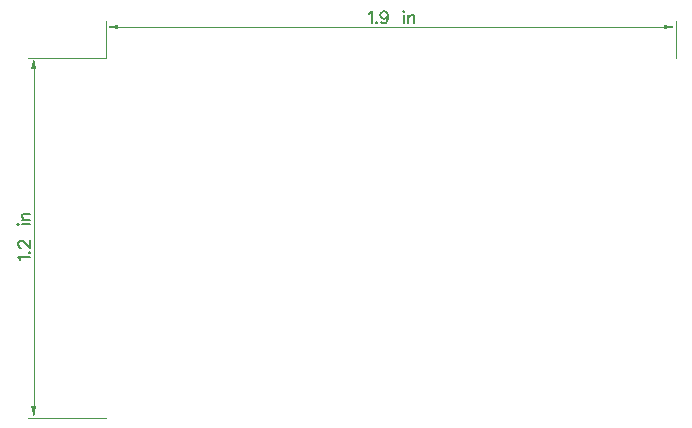
<source format=gbr>
G04 DipTrace 2.4.0.2*
%INTopDimension.gbr*%
%MOIN*%
%ADD13C,0.0014*%
%ADD70C,0.0062*%
%FSLAX44Y44*%
G04*
G70*
G90*
G75*
G01*
%LNTopDimension*%
%LPD*%
X3937Y15937D2*
D13*
Y17154D1*
X22937Y15937D2*
Y17154D1*
X13437Y16957D2*
X4331D1*
G36*
X3937D2*
X4331Y17036D1*
Y16878D1*
X3937Y16957D1*
G37*
X13437D2*
D13*
X22543D1*
G36*
X22937D2*
X22543Y16878D1*
Y17036D1*
X22937Y16957D1*
G37*
X3937Y15937D2*
D13*
X1340D1*
X3937Y3937D2*
X1340D1*
X1537Y9937D2*
Y15543D1*
G36*
Y15937D2*
X1616Y15543D1*
X1458D1*
X1537Y15937D1*
G37*
Y9937D2*
D13*
Y4331D1*
G36*
Y3937D2*
X1458Y4331D1*
X1616D1*
X1537Y3937D1*
G37*
X12710Y17404D2*
D70*
X12749Y17424D1*
X12806Y17481D1*
Y17079D1*
X12949Y17118D2*
X12930Y17098D1*
X12949Y17079D1*
X12968Y17098D1*
X12949Y17118D1*
X13341Y17347D2*
X13321Y17290D1*
X13283Y17251D1*
X13226Y17232D1*
X13207D1*
X13149Y17251D1*
X13111Y17290D1*
X13092Y17347D1*
Y17366D1*
X13111Y17424D1*
X13149Y17462D1*
X13207Y17481D1*
X13226D1*
X13283Y17462D1*
X13321Y17424D1*
X13341Y17347D1*
Y17251D1*
X13321Y17156D1*
X13283Y17098D1*
X13226Y17079D1*
X13188D1*
X13130Y17098D1*
X13111Y17137D1*
X13853Y17481D2*
X13872Y17462D1*
X13891Y17481D1*
X13872Y17500D1*
X13853Y17481D1*
X13872Y17347D2*
Y17079D1*
X14015Y17347D2*
Y17079D1*
Y17271D2*
X14072Y17328D1*
X14111Y17347D1*
X14168D1*
X14206Y17328D1*
X14225Y17271D1*
Y17079D1*
X1090Y9201D2*
X1070Y9239D1*
X1013Y9297D1*
X1415D1*
X1376Y9439D2*
X1396Y9420D1*
X1415Y9439D1*
X1396Y9459D1*
X1376Y9439D1*
X1109Y9602D2*
X1090D1*
X1051Y9621D1*
X1032Y9640D1*
X1013Y9678D1*
Y9755D1*
X1032Y9793D1*
X1051Y9812D1*
X1090Y9831D1*
X1128D1*
X1166Y9812D1*
X1223Y9774D1*
X1415Y9582D1*
Y9850D1*
X1013Y10363D2*
X1032Y10382D1*
X1013Y10401D1*
X994Y10382D1*
X1013Y10363D1*
X1147Y10382D2*
X1415D1*
X1147Y10525D2*
X1415D1*
X1223D2*
X1166Y10582D1*
X1147Y10620D1*
Y10677D1*
X1166Y10716D1*
X1223Y10735D1*
X1415D1*
M02*

</source>
